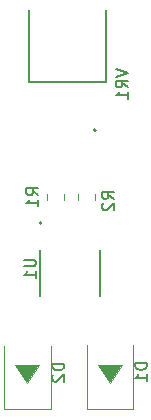
<source format=gbr>
%TF.GenerationSoftware,KiCad,Pcbnew,(6.0.4)*%
%TF.CreationDate,2022-09-15T01:44:32-04:00*%
%TF.ProjectId,NANO_HAT,4e414e4f-5f48-4415-942e-6b696361645f,rev?*%
%TF.SameCoordinates,Original*%
%TF.FileFunction,Legend,Bot*%
%TF.FilePolarity,Positive*%
%FSLAX46Y46*%
G04 Gerber Fmt 4.6, Leading zero omitted, Abs format (unit mm)*
G04 Created by KiCad (PCBNEW (6.0.4)) date 2022-09-15 01:44:32*
%MOMM*%
%LPD*%
G01*
G04 APERTURE LIST*
%ADD10C,0.100000*%
%ADD11C,0.150000*%
%ADD12C,0.127000*%
%ADD13C,0.200000*%
%ADD14C,0.120000*%
G04 APERTURE END LIST*
D10*
G36*
X158634000Y-101824000D02*
G01*
X157618000Y-100300000D01*
X159650000Y-100300000D01*
X158634000Y-101824000D01*
G37*
X158634000Y-101824000D02*
X157618000Y-100300000D01*
X159650000Y-100300000D01*
X158634000Y-101824000D01*
G36*
X165634000Y-101824000D02*
G01*
X164618000Y-100300000D01*
X166650000Y-100300000D01*
X165634000Y-101824000D01*
G37*
X165634000Y-101824000D02*
X164618000Y-100300000D01*
X166650000Y-100300000D01*
X165634000Y-101824000D01*
D11*
%TO.C,VR1*%
X166152380Y-75222976D02*
X167152380Y-75556309D01*
X166152380Y-75889642D01*
X167152380Y-76794404D02*
X166676190Y-76461071D01*
X167152380Y-76222976D02*
X166152380Y-76222976D01*
X166152380Y-76603928D01*
X166200000Y-76699166D01*
X166247619Y-76746785D01*
X166342857Y-76794404D01*
X166485714Y-76794404D01*
X166580952Y-76746785D01*
X166628571Y-76699166D01*
X166676190Y-76603928D01*
X166676190Y-76222976D01*
X167152380Y-77746785D02*
X167152380Y-77175357D01*
X167152380Y-77461071D02*
X166152380Y-77461071D01*
X166295238Y-77365833D01*
X166390476Y-77270595D01*
X166438095Y-77175357D01*
%TO.C,R1*%
X159582380Y-85918333D02*
X159106190Y-85585000D01*
X159582380Y-85346904D02*
X158582380Y-85346904D01*
X158582380Y-85727857D01*
X158630000Y-85823095D01*
X158677619Y-85870714D01*
X158772857Y-85918333D01*
X158915714Y-85918333D01*
X159010952Y-85870714D01*
X159058571Y-85823095D01*
X159106190Y-85727857D01*
X159106190Y-85346904D01*
X159582380Y-86870714D02*
X159582380Y-86299285D01*
X159582380Y-86585000D02*
X158582380Y-86585000D01*
X158725238Y-86489761D01*
X158820476Y-86394523D01*
X158868095Y-86299285D01*
%TO.C,D2*%
X161767380Y-100171904D02*
X160767380Y-100171904D01*
X160767380Y-100410000D01*
X160815000Y-100552857D01*
X160910238Y-100648095D01*
X161005476Y-100695714D01*
X161195952Y-100743333D01*
X161338809Y-100743333D01*
X161529285Y-100695714D01*
X161624523Y-100648095D01*
X161719761Y-100552857D01*
X161767380Y-100410000D01*
X161767380Y-100171904D01*
X160862619Y-101124285D02*
X160815000Y-101171904D01*
X160767380Y-101267142D01*
X160767380Y-101505238D01*
X160815000Y-101600476D01*
X160862619Y-101648095D01*
X160957857Y-101695714D01*
X161053095Y-101695714D01*
X161195952Y-101648095D01*
X161767380Y-101076666D01*
X161767380Y-101695714D01*
%TO.C,R2*%
X165982380Y-86233333D02*
X165506190Y-85900000D01*
X165982380Y-85661904D02*
X164982380Y-85661904D01*
X164982380Y-86042857D01*
X165030000Y-86138095D01*
X165077619Y-86185714D01*
X165172857Y-86233333D01*
X165315714Y-86233333D01*
X165410952Y-86185714D01*
X165458571Y-86138095D01*
X165506190Y-86042857D01*
X165506190Y-85661904D01*
X165077619Y-86614285D02*
X165030000Y-86661904D01*
X164982380Y-86757142D01*
X164982380Y-86995238D01*
X165030000Y-87090476D01*
X165077619Y-87138095D01*
X165172857Y-87185714D01*
X165268095Y-87185714D01*
X165410952Y-87138095D01*
X165982380Y-86566666D01*
X165982380Y-87185714D01*
%TO.C,D1*%
X168767380Y-100146904D02*
X167767380Y-100146904D01*
X167767380Y-100385000D01*
X167815000Y-100527857D01*
X167910238Y-100623095D01*
X168005476Y-100670714D01*
X168195952Y-100718333D01*
X168338809Y-100718333D01*
X168529285Y-100670714D01*
X168624523Y-100623095D01*
X168719761Y-100527857D01*
X168767380Y-100385000D01*
X168767380Y-100146904D01*
X168767380Y-101670714D02*
X168767380Y-101099285D01*
X168767380Y-101385000D02*
X167767380Y-101385000D01*
X167910238Y-101289761D01*
X168005476Y-101194523D01*
X168053095Y-101099285D01*
%TO.C,U1*%
X158385380Y-91368095D02*
X159194904Y-91368095D01*
X159290142Y-91415714D01*
X159337761Y-91463333D01*
X159385380Y-91558571D01*
X159385380Y-91749047D01*
X159337761Y-91844285D01*
X159290142Y-91891904D01*
X159194904Y-91939523D01*
X158385380Y-91939523D01*
X159385380Y-92939523D02*
X159385380Y-92368095D01*
X159385380Y-92653809D02*
X158385380Y-92653809D01*
X158528238Y-92558571D01*
X158623476Y-92463333D01*
X158671095Y-92368095D01*
D12*
%TO.C,VR1*%
X165335000Y-70259500D02*
X165335000Y-76360500D01*
X165335000Y-76360500D02*
X158795000Y-76360500D01*
X158795000Y-76360500D02*
X158795000Y-70259500D01*
D13*
X164465000Y-80407500D02*
G75*
G03*
X164465000Y-80407500I-100000J0D01*
G01*
D14*
%TO.C,R1*%
X161800000Y-85857936D02*
X161800000Y-86312064D01*
X160330000Y-85857936D02*
X160330000Y-86312064D01*
%TO.C,D2*%
X160625000Y-104045000D02*
X156705000Y-104045000D01*
X160625000Y-98660000D02*
X160625000Y-104045000D01*
X156705000Y-104045000D02*
X156705000Y-98660000D01*
%TO.C,R2*%
X162930000Y-85857936D02*
X162930000Y-86312064D01*
X164400000Y-85857936D02*
X164400000Y-86312064D01*
%TO.C,D1*%
X163705000Y-104020000D02*
X163705000Y-98635000D01*
X167625000Y-104020000D02*
X163705000Y-104020000D01*
X167625000Y-98635000D02*
X167625000Y-104020000D01*
D12*
%TO.C,U1*%
X164785000Y-90535000D02*
X164785000Y-94435000D01*
X159745000Y-90535000D02*
X159745000Y-94435000D01*
D13*
X159870000Y-88280000D02*
G75*
G03*
X159870000Y-88280000I-100000J0D01*
G01*
%TD*%
M02*

</source>
